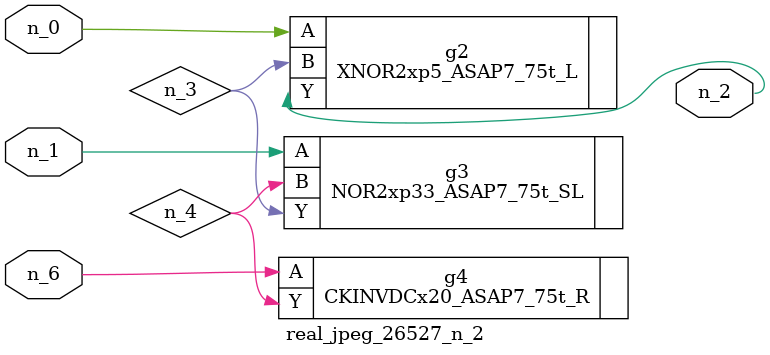
<source format=v>
module real_jpeg_26527_n_2 (n_6, n_1, n_0, n_2);

input n_6;
input n_1;
input n_0;

output n_2;

wire n_4;
wire n_3;

XNOR2xp5_ASAP7_75t_L g2 ( 
.A(n_0),
.B(n_3),
.Y(n_2)
);

NOR2xp33_ASAP7_75t_SL g3 ( 
.A(n_1),
.B(n_4),
.Y(n_3)
);

CKINVDCx20_ASAP7_75t_R g4 ( 
.A(n_6),
.Y(n_4)
);


endmodule
</source>
